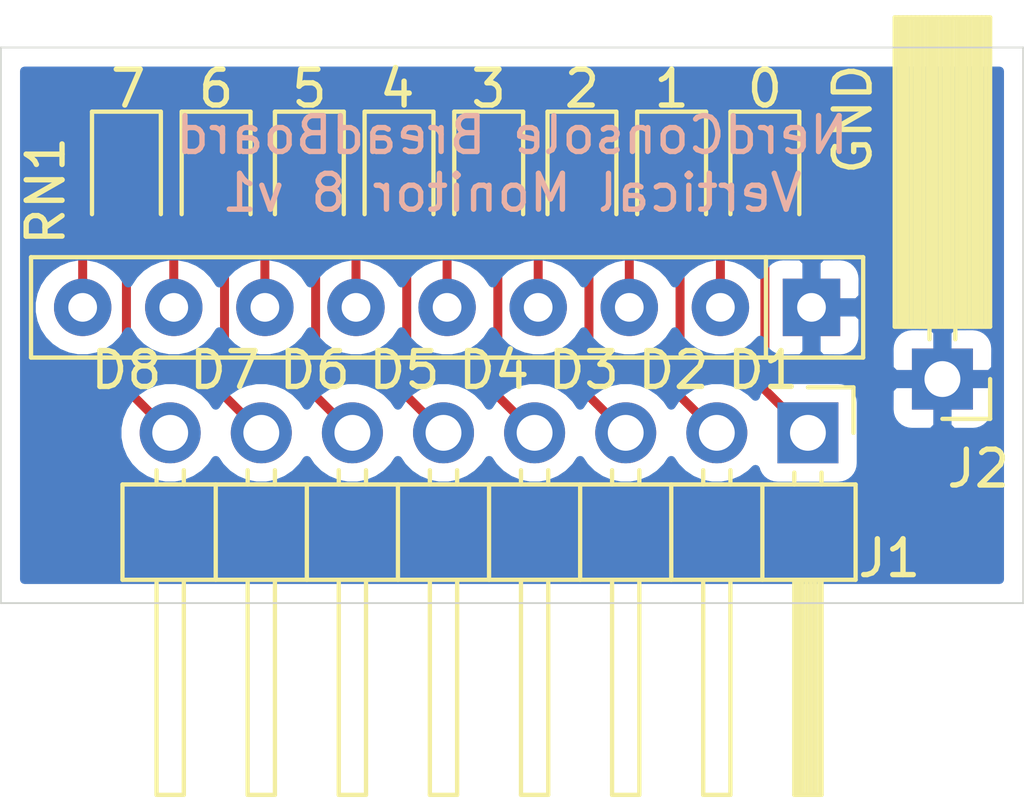
<source format=kicad_pcb>
(kicad_pcb (version 20171130) (host pcbnew "(5.1.9)-1")

  (general
    (thickness 1.6)
    (drawings 14)
    (tracks 38)
    (zones 0)
    (modules 11)
    (nets 18)
  )

  (page A4)
  (layers
    (0 F.Cu signal)
    (31 B.Cu signal)
    (32 B.Adhes user)
    (33 F.Adhes user)
    (34 B.Paste user)
    (35 F.Paste user)
    (36 B.SilkS user)
    (37 F.SilkS user)
    (38 B.Mask user)
    (39 F.Mask user)
    (40 Dwgs.User user)
    (41 Cmts.User user)
    (42 Eco1.User user)
    (43 Eco2.User user)
    (44 Edge.Cuts user)
    (45 Margin user)
    (46 B.CrtYd user)
    (47 F.CrtYd user)
    (48 B.Fab user)
    (49 F.Fab user)
  )

  (setup
    (last_trace_width 0.25)
    (trace_clearance 0.2)
    (zone_clearance 0.508)
    (zone_45_only no)
    (trace_min 0.2)
    (via_size 0.8)
    (via_drill 0.4)
    (via_min_size 0.4)
    (via_min_drill 0.3)
    (uvia_size 0.3)
    (uvia_drill 0.1)
    (uvias_allowed no)
    (uvia_min_size 0.2)
    (uvia_min_drill 0.1)
    (edge_width 0.05)
    (segment_width 0.2)
    (pcb_text_width 0.3)
    (pcb_text_size 1.5 1.5)
    (mod_edge_width 0.12)
    (mod_text_size 1 1)
    (mod_text_width 0.15)
    (pad_size 1.524 1.524)
    (pad_drill 0.762)
    (pad_to_mask_clearance 0)
    (aux_axis_origin 0 0)
    (visible_elements 7FFFFFFF)
    (pcbplotparams
      (layerselection 0x010fc_ffffffff)
      (usegerberextensions false)
      (usegerberattributes true)
      (usegerberadvancedattributes true)
      (creategerberjobfile true)
      (excludeedgelayer true)
      (linewidth 0.100000)
      (plotframeref false)
      (viasonmask false)
      (mode 1)
      (useauxorigin false)
      (hpglpennumber 1)
      (hpglpenspeed 20)
      (hpglpendiameter 15.000000)
      (psnegative false)
      (psa4output false)
      (plotreference true)
      (plotvalue true)
      (plotinvisibletext false)
      (padsonsilk false)
      (subtractmaskfromsilk false)
      (outputformat 1)
      (mirror false)
      (drillshape 0)
      (scaleselection 1)
      (outputdirectory "Gerber/"))
  )

  (net 0 "")
  (net 1 D7)
  (net 2 LED0)
  (net 3 LED1)
  (net 4 D6)
  (net 5 D5)
  (net 6 LED2)
  (net 7 LED3)
  (net 8 D4)
  (net 9 D3)
  (net 10 LED4)
  (net 11 LED5)
  (net 12 D2)
  (net 13 D1)
  (net 14 LED6)
  (net 15 LED7)
  (net 16 D0)
  (net 17 GND)

  (net_class Default "This is the default net class."
    (clearance 0.2)
    (trace_width 0.25)
    (via_dia 0.8)
    (via_drill 0.4)
    (uvia_dia 0.3)
    (uvia_drill 0.1)
    (add_net D0)
    (add_net D1)
    (add_net D2)
    (add_net D3)
    (add_net D4)
    (add_net D5)
    (add_net D6)
    (add_net D7)
    (add_net GND)
    (add_net LED0)
    (add_net LED1)
    (add_net LED2)
    (add_net LED3)
    (add_net LED4)
    (add_net LED5)
    (add_net LED6)
    (add_net LED7)
  )

  (module LED_SMD:LED_0805_2012Metric_Pad1.15x1.40mm_HandSolder (layer F.Cu) (tedit 5F68FEF1) (tstamp 601BC052)
    (at 150.3 76.9 270)
    (descr "LED SMD 0805 (2012 Metric), square (rectangular) end terminal, IPC_7351 nominal, (Body size source: https://docs.google.com/spreadsheets/d/1BsfQQcO9C6DZCsRaXUlFlo91Tg2WpOkGARC1WS5S8t0/edit?usp=sharing), generated with kicad-footprint-generator")
    (tags "LED handsolder")
    (path /601BD070)
    (attr smd)
    (fp_text reference D1 (at 5.35 0.05 180) (layer F.SilkS)
      (effects (font (size 1 1) (thickness 0.15)))
    )
    (fp_text value LED (at 0 1.65 90) (layer F.Fab)
      (effects (font (size 1 1) (thickness 0.15)))
    )
    (fp_line (start 1.85 0.95) (end -1.85 0.95) (layer F.CrtYd) (width 0.05))
    (fp_line (start 1.85 -0.95) (end 1.85 0.95) (layer F.CrtYd) (width 0.05))
    (fp_line (start -1.85 -0.95) (end 1.85 -0.95) (layer F.CrtYd) (width 0.05))
    (fp_line (start -1.85 0.95) (end -1.85 -0.95) (layer F.CrtYd) (width 0.05))
    (fp_line (start -1.86 0.96) (end 1 0.96) (layer F.SilkS) (width 0.12))
    (fp_line (start -1.86 -0.96) (end -1.86 0.96) (layer F.SilkS) (width 0.12))
    (fp_line (start 1 -0.96) (end -1.86 -0.96) (layer F.SilkS) (width 0.12))
    (fp_line (start 1 0.6) (end 1 -0.6) (layer F.Fab) (width 0.1))
    (fp_line (start -1 0.6) (end 1 0.6) (layer F.Fab) (width 0.1))
    (fp_line (start -1 -0.3) (end -1 0.6) (layer F.Fab) (width 0.1))
    (fp_line (start -0.7 -0.6) (end -1 -0.3) (layer F.Fab) (width 0.1))
    (fp_line (start 1 -0.6) (end -0.7 -0.6) (layer F.Fab) (width 0.1))
    (fp_text user %R (at 0 0 90) (layer F.Fab)
      (effects (font (size 0.5 0.5) (thickness 0.08)))
    )
    (pad 2 smd roundrect (at 1.025 0 270) (size 1.15 1.4) (layers F.Cu F.Paste F.Mask) (roundrect_rratio 0.2173904347826087)
      (net 16 D0))
    (pad 1 smd roundrect (at -1.025 0 270) (size 1.15 1.4) (layers F.Cu F.Paste F.Mask) (roundrect_rratio 0.2173904347826087)
      (net 2 LED0))
    (model ${KISYS3DMOD}/LED_SMD.3dshapes/LED_0805_2012Metric.wrl
      (at (xyz 0 0 0))
      (scale (xyz 1 1 1))
      (rotate (xyz 0 0 0))
    )
  )

  (module LED_SMD:LED_0805_2012Metric_Pad1.15x1.40mm_HandSolder (layer F.Cu) (tedit 5F68FEF1) (tstamp 601BC065)
    (at 147.7 76.9 270)
    (descr "LED SMD 0805 (2012 Metric), square (rectangular) end terminal, IPC_7351 nominal, (Body size source: https://docs.google.com/spreadsheets/d/1BsfQQcO9C6DZCsRaXUlFlo91Tg2WpOkGARC1WS5S8t0/edit?usp=sharing), generated with kicad-footprint-generator")
    (tags "LED handsolder")
    (path /601BD06A)
    (attr smd)
    (fp_text reference D2 (at 5.35 -0.05 180) (layer F.SilkS)
      (effects (font (size 1 1) (thickness 0.15)))
    )
    (fp_text value LED (at 0 1.65 90) (layer F.Fab)
      (effects (font (size 1 1) (thickness 0.15)))
    )
    (fp_line (start 1 -0.6) (end -0.7 -0.6) (layer F.Fab) (width 0.1))
    (fp_line (start -0.7 -0.6) (end -1 -0.3) (layer F.Fab) (width 0.1))
    (fp_line (start -1 -0.3) (end -1 0.6) (layer F.Fab) (width 0.1))
    (fp_line (start -1 0.6) (end 1 0.6) (layer F.Fab) (width 0.1))
    (fp_line (start 1 0.6) (end 1 -0.6) (layer F.Fab) (width 0.1))
    (fp_line (start 1 -0.96) (end -1.86 -0.96) (layer F.SilkS) (width 0.12))
    (fp_line (start -1.86 -0.96) (end -1.86 0.96) (layer F.SilkS) (width 0.12))
    (fp_line (start -1.86 0.96) (end 1 0.96) (layer F.SilkS) (width 0.12))
    (fp_line (start -1.85 0.95) (end -1.85 -0.95) (layer F.CrtYd) (width 0.05))
    (fp_line (start -1.85 -0.95) (end 1.85 -0.95) (layer F.CrtYd) (width 0.05))
    (fp_line (start 1.85 -0.95) (end 1.85 0.95) (layer F.CrtYd) (width 0.05))
    (fp_line (start 1.85 0.95) (end -1.85 0.95) (layer F.CrtYd) (width 0.05))
    (fp_text user %R (at 0 0 90) (layer F.Fab)
      (effects (font (size 0.5 0.5) (thickness 0.08)))
    )
    (pad 1 smd roundrect (at -1.025 0 270) (size 1.15 1.4) (layers F.Cu F.Paste F.Mask) (roundrect_rratio 0.2173904347826087)
      (net 3 LED1))
    (pad 2 smd roundrect (at 1.025 0 270) (size 1.15 1.4) (layers F.Cu F.Paste F.Mask) (roundrect_rratio 0.2173904347826087)
      (net 13 D1))
    (model ${KISYS3DMOD}/LED_SMD.3dshapes/LED_0805_2012Metric.wrl
      (at (xyz 0 0 0))
      (scale (xyz 1 1 1))
      (rotate (xyz 0 0 0))
    )
  )

  (module LED_SMD:LED_0805_2012Metric_Pad1.15x1.40mm_HandSolder (layer F.Cu) (tedit 5F68FEF1) (tstamp 601BC078)
    (at 145.2 76.9 270)
    (descr "LED SMD 0805 (2012 Metric), square (rectangular) end terminal, IPC_7351 nominal, (Body size source: https://docs.google.com/spreadsheets/d/1BsfQQcO9C6DZCsRaXUlFlo91Tg2WpOkGARC1WS5S8t0/edit?usp=sharing), generated with kicad-footprint-generator")
    (tags "LED handsolder")
    (path /601BC614)
    (attr smd)
    (fp_text reference D3 (at 5.35 -0.05 180) (layer F.SilkS)
      (effects (font (size 1 1) (thickness 0.15)))
    )
    (fp_text value LED (at 0 1.65 90) (layer F.Fab)
      (effects (font (size 1 1) (thickness 0.15)))
    )
    (fp_line (start 1.85 0.95) (end -1.85 0.95) (layer F.CrtYd) (width 0.05))
    (fp_line (start 1.85 -0.95) (end 1.85 0.95) (layer F.CrtYd) (width 0.05))
    (fp_line (start -1.85 -0.95) (end 1.85 -0.95) (layer F.CrtYd) (width 0.05))
    (fp_line (start -1.85 0.95) (end -1.85 -0.95) (layer F.CrtYd) (width 0.05))
    (fp_line (start -1.86 0.96) (end 1 0.96) (layer F.SilkS) (width 0.12))
    (fp_line (start -1.86 -0.96) (end -1.86 0.96) (layer F.SilkS) (width 0.12))
    (fp_line (start 1 -0.96) (end -1.86 -0.96) (layer F.SilkS) (width 0.12))
    (fp_line (start 1 0.6) (end 1 -0.6) (layer F.Fab) (width 0.1))
    (fp_line (start -1 0.6) (end 1 0.6) (layer F.Fab) (width 0.1))
    (fp_line (start -1 -0.3) (end -1 0.6) (layer F.Fab) (width 0.1))
    (fp_line (start -0.7 -0.6) (end -1 -0.3) (layer F.Fab) (width 0.1))
    (fp_line (start 1 -0.6) (end -0.7 -0.6) (layer F.Fab) (width 0.1))
    (fp_text user %R (at 0 0 90) (layer F.Fab)
      (effects (font (size 0.5 0.5) (thickness 0.08)))
    )
    (pad 2 smd roundrect (at 1.025 0 270) (size 1.15 1.4) (layers F.Cu F.Paste F.Mask) (roundrect_rratio 0.2173904347826087)
      (net 12 D2))
    (pad 1 smd roundrect (at -1.025 0 270) (size 1.15 1.4) (layers F.Cu F.Paste F.Mask) (roundrect_rratio 0.2173904347826087)
      (net 6 LED2))
    (model ${KISYS3DMOD}/LED_SMD.3dshapes/LED_0805_2012Metric.wrl
      (at (xyz 0 0 0))
      (scale (xyz 1 1 1))
      (rotate (xyz 0 0 0))
    )
  )

  (module LED_SMD:LED_0805_2012Metric_Pad1.15x1.40mm_HandSolder (layer F.Cu) (tedit 5F68FEF1) (tstamp 601BC08B)
    (at 142.6 76.9 270)
    (descr "LED SMD 0805 (2012 Metric), square (rectangular) end terminal, IPC_7351 nominal, (Body size source: https://docs.google.com/spreadsheets/d/1BsfQQcO9C6DZCsRaXUlFlo91Tg2WpOkGARC1WS5S8t0/edit?usp=sharing), generated with kicad-footprint-generator")
    (tags "LED handsolder")
    (path /601BC60E)
    (attr smd)
    (fp_text reference D4 (at 5.35 -0.15 180) (layer F.SilkS)
      (effects (font (size 1 1) (thickness 0.15)))
    )
    (fp_text value LED (at 0 1.65 90) (layer F.Fab)
      (effects (font (size 1 1) (thickness 0.15)))
    )
    (fp_line (start 1 -0.6) (end -0.7 -0.6) (layer F.Fab) (width 0.1))
    (fp_line (start -0.7 -0.6) (end -1 -0.3) (layer F.Fab) (width 0.1))
    (fp_line (start -1 -0.3) (end -1 0.6) (layer F.Fab) (width 0.1))
    (fp_line (start -1 0.6) (end 1 0.6) (layer F.Fab) (width 0.1))
    (fp_line (start 1 0.6) (end 1 -0.6) (layer F.Fab) (width 0.1))
    (fp_line (start 1 -0.96) (end -1.86 -0.96) (layer F.SilkS) (width 0.12))
    (fp_line (start -1.86 -0.96) (end -1.86 0.96) (layer F.SilkS) (width 0.12))
    (fp_line (start -1.86 0.96) (end 1 0.96) (layer F.SilkS) (width 0.12))
    (fp_line (start -1.85 0.95) (end -1.85 -0.95) (layer F.CrtYd) (width 0.05))
    (fp_line (start -1.85 -0.95) (end 1.85 -0.95) (layer F.CrtYd) (width 0.05))
    (fp_line (start 1.85 -0.95) (end 1.85 0.95) (layer F.CrtYd) (width 0.05))
    (fp_line (start 1.85 0.95) (end -1.85 0.95) (layer F.CrtYd) (width 0.05))
    (fp_text user %R (at 0 0 90) (layer F.Fab)
      (effects (font (size 0.5 0.5) (thickness 0.08)))
    )
    (pad 1 smd roundrect (at -1.025 0 270) (size 1.15 1.4) (layers F.Cu F.Paste F.Mask) (roundrect_rratio 0.2173904347826087)
      (net 7 LED3))
    (pad 2 smd roundrect (at 1.025 0 270) (size 1.15 1.4) (layers F.Cu F.Paste F.Mask) (roundrect_rratio 0.2173904347826087)
      (net 9 D3))
    (model ${KISYS3DMOD}/LED_SMD.3dshapes/LED_0805_2012Metric.wrl
      (at (xyz 0 0 0))
      (scale (xyz 1 1 1))
      (rotate (xyz 0 0 0))
    )
  )

  (module LED_SMD:LED_0805_2012Metric_Pad1.15x1.40mm_HandSolder (layer F.Cu) (tedit 5F68FEF1) (tstamp 601BC09E)
    (at 140.1 76.9 270)
    (descr "LED SMD 0805 (2012 Metric), square (rectangular) end terminal, IPC_7351 nominal, (Body size source: https://docs.google.com/spreadsheets/d/1BsfQQcO9C6DZCsRaXUlFlo91Tg2WpOkGARC1WS5S8t0/edit?usp=sharing), generated with kicad-footprint-generator")
    (tags "LED handsolder")
    (path /601BBBD0)
    (attr smd)
    (fp_text reference D5 (at 5.35 -0.15 180) (layer F.SilkS)
      (effects (font (size 1 1) (thickness 0.15)))
    )
    (fp_text value LED (at 0 1.65 90) (layer F.Fab)
      (effects (font (size 1 1) (thickness 0.15)))
    )
    (fp_line (start 1.85 0.95) (end -1.85 0.95) (layer F.CrtYd) (width 0.05))
    (fp_line (start 1.85 -0.95) (end 1.85 0.95) (layer F.CrtYd) (width 0.05))
    (fp_line (start -1.85 -0.95) (end 1.85 -0.95) (layer F.CrtYd) (width 0.05))
    (fp_line (start -1.85 0.95) (end -1.85 -0.95) (layer F.CrtYd) (width 0.05))
    (fp_line (start -1.86 0.96) (end 1 0.96) (layer F.SilkS) (width 0.12))
    (fp_line (start -1.86 -0.96) (end -1.86 0.96) (layer F.SilkS) (width 0.12))
    (fp_line (start 1 -0.96) (end -1.86 -0.96) (layer F.SilkS) (width 0.12))
    (fp_line (start 1 0.6) (end 1 -0.6) (layer F.Fab) (width 0.1))
    (fp_line (start -1 0.6) (end 1 0.6) (layer F.Fab) (width 0.1))
    (fp_line (start -1 -0.3) (end -1 0.6) (layer F.Fab) (width 0.1))
    (fp_line (start -0.7 -0.6) (end -1 -0.3) (layer F.Fab) (width 0.1))
    (fp_line (start 1 -0.6) (end -0.7 -0.6) (layer F.Fab) (width 0.1))
    (fp_text user %R (at 0 0 90) (layer F.Fab)
      (effects (font (size 0.5 0.5) (thickness 0.08)))
    )
    (pad 2 smd roundrect (at 1.025 0 270) (size 1.15 1.4) (layers F.Cu F.Paste F.Mask) (roundrect_rratio 0.2173904347826087)
      (net 8 D4))
    (pad 1 smd roundrect (at -1.025 0 270) (size 1.15 1.4) (layers F.Cu F.Paste F.Mask) (roundrect_rratio 0.2173904347826087)
      (net 10 LED4))
    (model ${KISYS3DMOD}/LED_SMD.3dshapes/LED_0805_2012Metric.wrl
      (at (xyz 0 0 0))
      (scale (xyz 1 1 1))
      (rotate (xyz 0 0 0))
    )
  )

  (module LED_SMD:LED_0805_2012Metric_Pad1.15x1.40mm_HandSolder (layer F.Cu) (tedit 5F68FEF1) (tstamp 601BC0B1)
    (at 137.6 76.9 270)
    (descr "LED SMD 0805 (2012 Metric), square (rectangular) end terminal, IPC_7351 nominal, (Body size source: https://docs.google.com/spreadsheets/d/1BsfQQcO9C6DZCsRaXUlFlo91Tg2WpOkGARC1WS5S8t0/edit?usp=sharing), generated with kicad-footprint-generator")
    (tags "LED handsolder")
    (path /601BBBCA)
    (attr smd)
    (fp_text reference D6 (at 5.35 -0.15 180) (layer F.SilkS)
      (effects (font (size 1 1) (thickness 0.15)))
    )
    (fp_text value LED (at 0 1.65 90) (layer F.Fab)
      (effects (font (size 1 1) (thickness 0.15)))
    )
    (fp_line (start 1 -0.6) (end -0.7 -0.6) (layer F.Fab) (width 0.1))
    (fp_line (start -0.7 -0.6) (end -1 -0.3) (layer F.Fab) (width 0.1))
    (fp_line (start -1 -0.3) (end -1 0.6) (layer F.Fab) (width 0.1))
    (fp_line (start -1 0.6) (end 1 0.6) (layer F.Fab) (width 0.1))
    (fp_line (start 1 0.6) (end 1 -0.6) (layer F.Fab) (width 0.1))
    (fp_line (start 1 -0.96) (end -1.86 -0.96) (layer F.SilkS) (width 0.12))
    (fp_line (start -1.86 -0.96) (end -1.86 0.96) (layer F.SilkS) (width 0.12))
    (fp_line (start -1.86 0.96) (end 1 0.96) (layer F.SilkS) (width 0.12))
    (fp_line (start -1.85 0.95) (end -1.85 -0.95) (layer F.CrtYd) (width 0.05))
    (fp_line (start -1.85 -0.95) (end 1.85 -0.95) (layer F.CrtYd) (width 0.05))
    (fp_line (start 1.85 -0.95) (end 1.85 0.95) (layer F.CrtYd) (width 0.05))
    (fp_line (start 1.85 0.95) (end -1.85 0.95) (layer F.CrtYd) (width 0.05))
    (fp_text user %R (at 0 0 90) (layer F.Fab)
      (effects (font (size 0.5 0.5) (thickness 0.08)))
    )
    (pad 1 smd roundrect (at -1.025 0 270) (size 1.15 1.4) (layers F.Cu F.Paste F.Mask) (roundrect_rratio 0.2173904347826087)
      (net 11 LED5))
    (pad 2 smd roundrect (at 1.025 0 270) (size 1.15 1.4) (layers F.Cu F.Paste F.Mask) (roundrect_rratio 0.2173904347826087)
      (net 5 D5))
    (model ${KISYS3DMOD}/LED_SMD.3dshapes/LED_0805_2012Metric.wrl
      (at (xyz 0 0 0))
      (scale (xyz 1 1 1))
      (rotate (xyz 0 0 0))
    )
  )

  (module LED_SMD:LED_0805_2012Metric_Pad1.15x1.40mm_HandSolder (layer F.Cu) (tedit 5F68FEF1) (tstamp 601BC0C4)
    (at 135 76.9 270)
    (descr "LED SMD 0805 (2012 Metric), square (rectangular) end terminal, IPC_7351 nominal, (Body size source: https://docs.google.com/spreadsheets/d/1BsfQQcO9C6DZCsRaXUlFlo91Tg2WpOkGARC1WS5S8t0/edit?usp=sharing), generated with kicad-footprint-generator")
    (tags "LED handsolder")
    (path /601BAAE1)
    (attr smd)
    (fp_text reference D7 (at 5.35 -0.25 180) (layer F.SilkS)
      (effects (font (size 1 1) (thickness 0.15)))
    )
    (fp_text value LED (at 0 1.65 90) (layer F.Fab)
      (effects (font (size 1 1) (thickness 0.15)))
    )
    (fp_line (start 1.85 0.95) (end -1.85 0.95) (layer F.CrtYd) (width 0.05))
    (fp_line (start 1.85 -0.95) (end 1.85 0.95) (layer F.CrtYd) (width 0.05))
    (fp_line (start -1.85 -0.95) (end 1.85 -0.95) (layer F.CrtYd) (width 0.05))
    (fp_line (start -1.85 0.95) (end -1.85 -0.95) (layer F.CrtYd) (width 0.05))
    (fp_line (start -1.86 0.96) (end 1 0.96) (layer F.SilkS) (width 0.12))
    (fp_line (start -1.86 -0.96) (end -1.86 0.96) (layer F.SilkS) (width 0.12))
    (fp_line (start 1 -0.96) (end -1.86 -0.96) (layer F.SilkS) (width 0.12))
    (fp_line (start 1 0.6) (end 1 -0.6) (layer F.Fab) (width 0.1))
    (fp_line (start -1 0.6) (end 1 0.6) (layer F.Fab) (width 0.1))
    (fp_line (start -1 -0.3) (end -1 0.6) (layer F.Fab) (width 0.1))
    (fp_line (start -0.7 -0.6) (end -1 -0.3) (layer F.Fab) (width 0.1))
    (fp_line (start 1 -0.6) (end -0.7 -0.6) (layer F.Fab) (width 0.1))
    (fp_text user %R (at 0 0 90) (layer F.Fab)
      (effects (font (size 0.5 0.5) (thickness 0.08)))
    )
    (pad 2 smd roundrect (at 1.025 0 270) (size 1.15 1.4) (layers F.Cu F.Paste F.Mask) (roundrect_rratio 0.2173904347826087)
      (net 4 D6))
    (pad 1 smd roundrect (at -1.025 0 270) (size 1.15 1.4) (layers F.Cu F.Paste F.Mask) (roundrect_rratio 0.2173904347826087)
      (net 14 LED6))
    (model ${KISYS3DMOD}/LED_SMD.3dshapes/LED_0805_2012Metric.wrl
      (at (xyz 0 0 0))
      (scale (xyz 1 1 1))
      (rotate (xyz 0 0 0))
    )
  )

  (module LED_SMD:LED_0805_2012Metric_Pad1.15x1.40mm_HandSolder (layer F.Cu) (tedit 5F68FEF1) (tstamp 601BC0D7)
    (at 132.5 76.9 270)
    (descr "LED SMD 0805 (2012 Metric), square (rectangular) end terminal, IPC_7351 nominal, (Body size source: https://docs.google.com/spreadsheets/d/1BsfQQcO9C6DZCsRaXUlFlo91Tg2WpOkGARC1WS5S8t0/edit?usp=sharing), generated with kicad-footprint-generator")
    (tags "LED handsolder")
    (path /601B9A9C)
    (attr smd)
    (fp_text reference D8 (at 5.35 0 180) (layer F.SilkS)
      (effects (font (size 1 1) (thickness 0.15)))
    )
    (fp_text value LED (at 0 1.65 90) (layer F.Fab)
      (effects (font (size 1 1) (thickness 0.15)))
    )
    (fp_line (start 1 -0.6) (end -0.7 -0.6) (layer F.Fab) (width 0.1))
    (fp_line (start -0.7 -0.6) (end -1 -0.3) (layer F.Fab) (width 0.1))
    (fp_line (start -1 -0.3) (end -1 0.6) (layer F.Fab) (width 0.1))
    (fp_line (start -1 0.6) (end 1 0.6) (layer F.Fab) (width 0.1))
    (fp_line (start 1 0.6) (end 1 -0.6) (layer F.Fab) (width 0.1))
    (fp_line (start 1 -0.96) (end -1.86 -0.96) (layer F.SilkS) (width 0.12))
    (fp_line (start -1.86 -0.96) (end -1.86 0.96) (layer F.SilkS) (width 0.12))
    (fp_line (start -1.86 0.96) (end 1 0.96) (layer F.SilkS) (width 0.12))
    (fp_line (start -1.85 0.95) (end -1.85 -0.95) (layer F.CrtYd) (width 0.05))
    (fp_line (start -1.85 -0.95) (end 1.85 -0.95) (layer F.CrtYd) (width 0.05))
    (fp_line (start 1.85 -0.95) (end 1.85 0.95) (layer F.CrtYd) (width 0.05))
    (fp_line (start 1.85 0.95) (end -1.85 0.95) (layer F.CrtYd) (width 0.05))
    (fp_text user %R (at 0 0 90) (layer F.Fab)
      (effects (font (size 0.5 0.5) (thickness 0.08)))
    )
    (pad 1 smd roundrect (at -1.025 0 270) (size 1.15 1.4) (layers F.Cu F.Paste F.Mask) (roundrect_rratio 0.2173904347826087)
      (net 15 LED7))
    (pad 2 smd roundrect (at 1.025 0 270) (size 1.15 1.4) (layers F.Cu F.Paste F.Mask) (roundrect_rratio 0.2173904347826087)
      (net 1 D7))
    (model ${KISYS3DMOD}/LED_SMD.3dshapes/LED_0805_2012Metric.wrl
      (at (xyz 0 0 0))
      (scale (xyz 1 1 1))
      (rotate (xyz 0 0 0))
    )
  )

  (module Connector_PinHeader_2.54mm:PinHeader_1x08_P2.54mm_Horizontal (layer F.Cu) (tedit 59FED5CB) (tstamp 601BC158)
    (at 151.5 84 270)
    (descr "Through hole angled pin header, 1x08, 2.54mm pitch, 6mm pin length, single row")
    (tags "Through hole angled pin header THT 1x08 2.54mm single row")
    (path /601B685D)
    (fp_text reference J1 (at 3.5 -2.27 180) (layer F.SilkS)
      (effects (font (size 1 1) (thickness 0.15)))
    )
    (fp_text value Conn_01x08 (at 4.385 20.05 90) (layer F.Fab)
      (effects (font (size 1 1) (thickness 0.15)))
    )
    (fp_line (start 2.135 -1.27) (end 4.04 -1.27) (layer F.Fab) (width 0.1))
    (fp_line (start 4.04 -1.27) (end 4.04 19.05) (layer F.Fab) (width 0.1))
    (fp_line (start 4.04 19.05) (end 1.5 19.05) (layer F.Fab) (width 0.1))
    (fp_line (start 1.5 19.05) (end 1.5 -0.635) (layer F.Fab) (width 0.1))
    (fp_line (start 1.5 -0.635) (end 2.135 -1.27) (layer F.Fab) (width 0.1))
    (fp_line (start -0.32 -0.32) (end 1.5 -0.32) (layer F.Fab) (width 0.1))
    (fp_line (start -0.32 -0.32) (end -0.32 0.32) (layer F.Fab) (width 0.1))
    (fp_line (start -0.32 0.32) (end 1.5 0.32) (layer F.Fab) (width 0.1))
    (fp_line (start 4.04 -0.32) (end 10.04 -0.32) (layer F.Fab) (width 0.1))
    (fp_line (start 10.04 -0.32) (end 10.04 0.32) (layer F.Fab) (width 0.1))
    (fp_line (start 4.04 0.32) (end 10.04 0.32) (layer F.Fab) (width 0.1))
    (fp_line (start -0.32 2.22) (end 1.5 2.22) (layer F.Fab) (width 0.1))
    (fp_line (start -0.32 2.22) (end -0.32 2.86) (layer F.Fab) (width 0.1))
    (fp_line (start -0.32 2.86) (end 1.5 2.86) (layer F.Fab) (width 0.1))
    (fp_line (start 4.04 2.22) (end 10.04 2.22) (layer F.Fab) (width 0.1))
    (fp_line (start 10.04 2.22) (end 10.04 2.86) (layer F.Fab) (width 0.1))
    (fp_line (start 4.04 2.86) (end 10.04 2.86) (layer F.Fab) (width 0.1))
    (fp_line (start -0.32 4.76) (end 1.5 4.76) (layer F.Fab) (width 0.1))
    (fp_line (start -0.32 4.76) (end -0.32 5.4) (layer F.Fab) (width 0.1))
    (fp_line (start -0.32 5.4) (end 1.5 5.4) (layer F.Fab) (width 0.1))
    (fp_line (start 4.04 4.76) (end 10.04 4.76) (layer F.Fab) (width 0.1))
    (fp_line (start 10.04 4.76) (end 10.04 5.4) (layer F.Fab) (width 0.1))
    (fp_line (start 4.04 5.4) (end 10.04 5.4) (layer F.Fab) (width 0.1))
    (fp_line (start -0.32 7.3) (end 1.5 7.3) (layer F.Fab) (width 0.1))
    (fp_line (start -0.32 7.3) (end -0.32 7.94) (layer F.Fab) (width 0.1))
    (fp_line (start -0.32 7.94) (end 1.5 7.94) (layer F.Fab) (width 0.1))
    (fp_line (start 4.04 7.3) (end 10.04 7.3) (layer F.Fab) (width 0.1))
    (fp_line (start 10.04 7.3) (end 10.04 7.94) (layer F.Fab) (width 0.1))
    (fp_line (start 4.04 7.94) (end 10.04 7.94) (layer F.Fab) (width 0.1))
    (fp_line (start -0.32 9.84) (end 1.5 9.84) (layer F.Fab) (width 0.1))
    (fp_line (start -0.32 9.84) (end -0.32 10.48) (layer F.Fab) (width 0.1))
    (fp_line (start -0.32 10.48) (end 1.5 10.48) (layer F.Fab) (width 0.1))
    (fp_line (start 4.04 9.84) (end 10.04 9.84) (layer F.Fab) (width 0.1))
    (fp_line (start 10.04 9.84) (end 10.04 10.48) (layer F.Fab) (width 0.1))
    (fp_line (start 4.04 10.48) (end 10.04 10.48) (layer F.Fab) (width 0.1))
    (fp_line (start -0.32 12.38) (end 1.5 12.38) (layer F.Fab) (width 0.1))
    (fp_line (start -0.32 12.38) (end -0.32 13.02) (layer F.Fab) (width 0.1))
    (fp_line (start -0.32 13.02) (end 1.5 13.02) (layer F.Fab) (width 0.1))
    (fp_line (start 4.04 12.38) (end 10.04 12.38) (layer F.Fab) (width 0.1))
    (fp_line (start 10.04 12.38) (end 10.04 13.02) (layer F.Fab) (width 0.1))
    (fp_line (start 4.04 13.02) (end 10.04 13.02) (layer F.Fab) (width 0.1))
    (fp_line (start -0.32 14.92) (end 1.5 14.92) (layer F.Fab) (width 0.1))
    (fp_line (start -0.32 14.92) (end -0.32 15.56) (layer F.Fab) (width 0.1))
    (fp_line (start -0.32 15.56) (end 1.5 15.56) (layer F.Fab) (width 0.1))
    (fp_line (start 4.04 14.92) (end 10.04 14.92) (layer F.Fab) (width 0.1))
    (fp_line (start 10.04 14.92) (end 10.04 15.56) (layer F.Fab) (width 0.1))
    (fp_line (start 4.04 15.56) (end 10.04 15.56) (layer F.Fab) (width 0.1))
    (fp_line (start -0.32 17.46) (end 1.5 17.46) (layer F.Fab) (width 0.1))
    (fp_line (start -0.32 17.46) (end -0.32 18.1) (layer F.Fab) (width 0.1))
    (fp_line (start -0.32 18.1) (end 1.5 18.1) (layer F.Fab) (width 0.1))
    (fp_line (start 4.04 17.46) (end 10.04 17.46) (layer F.Fab) (width 0.1))
    (fp_line (start 10.04 17.46) (end 10.04 18.1) (layer F.Fab) (width 0.1))
    (fp_line (start 4.04 18.1) (end 10.04 18.1) (layer F.Fab) (width 0.1))
    (fp_line (start 1.44 -1.33) (end 1.44 19.11) (layer F.SilkS) (width 0.12))
    (fp_line (start 1.44 19.11) (end 4.1 19.11) (layer F.SilkS) (width 0.12))
    (fp_line (start 4.1 19.11) (end 4.1 -1.33) (layer F.SilkS) (width 0.12))
    (fp_line (start 4.1 -1.33) (end 1.44 -1.33) (layer F.SilkS) (width 0.12))
    (fp_line (start 4.1 -0.38) (end 10.1 -0.38) (layer F.SilkS) (width 0.12))
    (fp_line (start 10.1 -0.38) (end 10.1 0.38) (layer F.SilkS) (width 0.12))
    (fp_line (start 10.1 0.38) (end 4.1 0.38) (layer F.SilkS) (width 0.12))
    (fp_line (start 4.1 -0.32) (end 10.1 -0.32) (layer F.SilkS) (width 0.12))
    (fp_line (start 4.1 -0.2) (end 10.1 -0.2) (layer F.SilkS) (width 0.12))
    (fp_line (start 4.1 -0.08) (end 10.1 -0.08) (layer F.SilkS) (width 0.12))
    (fp_line (start 4.1 0.04) (end 10.1 0.04) (layer F.SilkS) (width 0.12))
    (fp_line (start 4.1 0.16) (end 10.1 0.16) (layer F.SilkS) (width 0.12))
    (fp_line (start 4.1 0.28) (end 10.1 0.28) (layer F.SilkS) (width 0.12))
    (fp_line (start 1.11 -0.38) (end 1.44 -0.38) (layer F.SilkS) (width 0.12))
    (fp_line (start 1.11 0.38) (end 1.44 0.38) (layer F.SilkS) (width 0.12))
    (fp_line (start 1.44 1.27) (end 4.1 1.27) (layer F.SilkS) (width 0.12))
    (fp_line (start 4.1 2.16) (end 10.1 2.16) (layer F.SilkS) (width 0.12))
    (fp_line (start 10.1 2.16) (end 10.1 2.92) (layer F.SilkS) (width 0.12))
    (fp_line (start 10.1 2.92) (end 4.1 2.92) (layer F.SilkS) (width 0.12))
    (fp_line (start 1.042929 2.16) (end 1.44 2.16) (layer F.SilkS) (width 0.12))
    (fp_line (start 1.042929 2.92) (end 1.44 2.92) (layer F.SilkS) (width 0.12))
    (fp_line (start 1.44 3.81) (end 4.1 3.81) (layer F.SilkS) (width 0.12))
    (fp_line (start 4.1 4.7) (end 10.1 4.7) (layer F.SilkS) (width 0.12))
    (fp_line (start 10.1 4.7) (end 10.1 5.46) (layer F.SilkS) (width 0.12))
    (fp_line (start 10.1 5.46) (end 4.1 5.46) (layer F.SilkS) (width 0.12))
    (fp_line (start 1.042929 4.7) (end 1.44 4.7) (layer F.SilkS) (width 0.12))
    (fp_line (start 1.042929 5.46) (end 1.44 5.46) (layer F.SilkS) (width 0.12))
    (fp_line (start 1.44 6.35) (end 4.1 6.35) (layer F.SilkS) (width 0.12))
    (fp_line (start 4.1 7.24) (end 10.1 7.24) (layer F.SilkS) (width 0.12))
    (fp_line (start 10.1 7.24) (end 10.1 8) (layer F.SilkS) (width 0.12))
    (fp_line (start 10.1 8) (end 4.1 8) (layer F.SilkS) (width 0.12))
    (fp_line (start 1.042929 7.24) (end 1.44 7.24) (layer F.SilkS) (width 0.12))
    (fp_line (start 1.042929 8) (end 1.44 8) (layer F.SilkS) (width 0.12))
    (fp_line (start 1.44 8.89) (end 4.1 8.89) (layer F.SilkS) (width 0.12))
    (fp_line (start 4.1 9.78) (end 10.1 9.78) (layer F.SilkS) (width 0.12))
    (fp_line (start 10.1 9.78) (end 10.1 10.54) (layer F.SilkS) (width 0.12))
    (fp_line (start 10.1 10.54) (end 4.1 10.54) (layer F.SilkS) (width 0.12))
    (fp_line (start 1.042929 9.78) (end 1.44 9.78) (layer F.SilkS) (width 0.12))
    (fp_line (start 1.042929 10.54) (end 1.44 10.54) (layer F.SilkS) (width 0.12))
    (fp_line (start 1.44 11.43) (end 4.1 11.43) (layer F.SilkS) (width 0.12))
    (fp_line (start 4.1 12.32) (end 10.1 12.32) (layer F.SilkS) (width 0.12))
    (fp_line (start 10.1 12.32) (end 10.1 13.08) (layer F.SilkS) (width 0.12))
    (fp_line (start 10.1 13.08) (end 4.1 13.08) (layer F.SilkS) (width 0.12))
    (fp_line (start 1.042929 12.32) (end 1.44 12.32) (layer F.SilkS) (width 0.12))
    (fp_line (start 1.042929 13.08) (end 1.44 13.08) (layer F.SilkS) (width 0.12))
    (fp_line (start 1.44 13.97) (end 4.1 13.97) (layer F.SilkS) (width 0.12))
    (fp_line (start 4.1 14.86) (end 10.1 14.86) (layer F.SilkS) (width 0.12))
    (fp_line (start 10.1 14.86) (end 10.1 15.62) (layer F.SilkS) (width 0.12))
    (fp_line (start 10.1 15.62) (end 4.1 15.62) (layer F.SilkS) (width 0.12))
    (fp_line (start 1.042929 14.86) (end 1.44 14.86) (layer F.SilkS) (width 0.12))
    (fp_line (start 1.042929 15.62) (end 1.44 15.62) (layer F.SilkS) (width 0.12))
    (fp_line (start 1.44 16.51) (end 4.1 16.51) (layer F.SilkS) (width 0.12))
    (fp_line (start 4.1 17.4) (end 10.1 17.4) (layer F.SilkS) (width 0.12))
    (fp_line (start 10.1 17.4) (end 10.1 18.16) (layer F.SilkS) (width 0.12))
    (fp_line (start 10.1 18.16) (end 4.1 18.16) (layer F.SilkS) (width 0.12))
    (fp_line (start 1.042929 17.4) (end 1.44 17.4) (layer F.SilkS) (width 0.12))
    (fp_line (start 1.042929 18.16) (end 1.44 18.16) (layer F.SilkS) (width 0.12))
    (fp_line (start -1.27 0) (end -1.27 -1.27) (layer F.SilkS) (width 0.12))
    (fp_line (start -1.27 -1.27) (end 0 -1.27) (layer F.SilkS) (width 0.12))
    (fp_line (start -1.8 -1.8) (end -1.8 19.55) (layer F.CrtYd) (width 0.05))
    (fp_line (start -1.8 19.55) (end 10.55 19.55) (layer F.CrtYd) (width 0.05))
    (fp_line (start 10.55 19.55) (end 10.55 -1.8) (layer F.CrtYd) (width 0.05))
    (fp_line (start 10.55 -1.8) (end -1.8 -1.8) (layer F.CrtYd) (width 0.05))
    (fp_text user %R (at 2.77 8.89) (layer F.Fab)
      (effects (font (size 1 1) (thickness 0.15)))
    )
    (pad 1 thru_hole rect (at 0 0 270) (size 1.7 1.7) (drill 1) (layers *.Cu *.Mask)
      (net 16 D0))
    (pad 2 thru_hole oval (at 0 2.54 270) (size 1.7 1.7) (drill 1) (layers *.Cu *.Mask)
      (net 13 D1))
    (pad 3 thru_hole oval (at 0 5.08 270) (size 1.7 1.7) (drill 1) (layers *.Cu *.Mask)
      (net 12 D2))
    (pad 4 thru_hole oval (at 0 7.62 270) (size 1.7 1.7) (drill 1) (layers *.Cu *.Mask)
      (net 9 D3))
    (pad 5 thru_hole oval (at 0 10.16 270) (size 1.7 1.7) (drill 1) (layers *.Cu *.Mask)
      (net 8 D4))
    (pad 6 thru_hole oval (at 0 12.7 270) (size 1.7 1.7) (drill 1) (layers *.Cu *.Mask)
      (net 5 D5))
    (pad 7 thru_hole oval (at 0 15.24 270) (size 1.7 1.7) (drill 1) (layers *.Cu *.Mask)
      (net 4 D6))
    (pad 8 thru_hole oval (at 0 17.78 270) (size 1.7 1.7) (drill 1) (layers *.Cu *.Mask)
      (net 1 D7))
    (model ${KISYS3DMOD}/Connector_PinHeader_2.54mm.3dshapes/PinHeader_1x08_P2.54mm_Horizontal.wrl
      (at (xyz 0 0 0))
      (scale (xyz 1 1 1))
      (rotate (xyz 0 0 0))
    )
  )

  (module Connector_PinSocket_2.54mm:PinSocket_1x01_P2.54mm_Horizontal (layer F.Cu) (tedit 5A19A42A) (tstamp 601BC188)
    (at 155.25 82.5 270)
    (descr "Through hole angled socket strip, 1x01, 2.54mm pitch, 8.51mm socket length, single row (from Kicad 4.0.7), script generated")
    (tags "Through hole angled socket strip THT 1x01 2.54mm single row")
    (path /601B606A)
    (fp_text reference J2 (at 2.5 -1 180) (layer F.SilkS)
      (effects (font (size 1 1) (thickness 0.15)))
    )
    (fp_text value Conn_01x01 (at -4.38 2.77 90) (layer F.Fab)
      (effects (font (size 1 1) (thickness 0.15)))
    )
    (fp_line (start -10.03 -1.27) (end -2.155 -1.27) (layer F.Fab) (width 0.1))
    (fp_line (start -2.155 -1.27) (end -1.52 -0.635) (layer F.Fab) (width 0.1))
    (fp_line (start -1.52 -0.635) (end -1.52 1.27) (layer F.Fab) (width 0.1))
    (fp_line (start -1.52 1.27) (end -10.03 1.27) (layer F.Fab) (width 0.1))
    (fp_line (start -10.03 1.27) (end -10.03 -1.27) (layer F.Fab) (width 0.1))
    (fp_line (start 0 -0.3) (end -1.52 -0.3) (layer F.Fab) (width 0.1))
    (fp_line (start -1.52 0.3) (end 0 0.3) (layer F.Fab) (width 0.1))
    (fp_line (start 0 0.3) (end 0 -0.3) (layer F.Fab) (width 0.1))
    (fp_line (start -10.09 -1.21) (end -1.46 -1.21) (layer F.SilkS) (width 0.12))
    (fp_line (start -10.09 -1.094545) (end -1.46 -1.094545) (layer F.SilkS) (width 0.12))
    (fp_line (start -10.09 -0.97909) (end -1.46 -0.97909) (layer F.SilkS) (width 0.12))
    (fp_line (start -10.09 -0.863635) (end -1.46 -0.863635) (layer F.SilkS) (width 0.12))
    (fp_line (start -10.09 -0.74818) (end -1.46 -0.74818) (layer F.SilkS) (width 0.12))
    (fp_line (start -10.09 -0.632725) (end -1.46 -0.632725) (layer F.SilkS) (width 0.12))
    (fp_line (start -10.09 -0.51727) (end -1.46 -0.51727) (layer F.SilkS) (width 0.12))
    (fp_line (start -10.09 -0.401815) (end -1.46 -0.401815) (layer F.SilkS) (width 0.12))
    (fp_line (start -10.09 -0.28636) (end -1.46 -0.28636) (layer F.SilkS) (width 0.12))
    (fp_line (start -10.09 -0.170905) (end -1.46 -0.170905) (layer F.SilkS) (width 0.12))
    (fp_line (start -10.09 -0.05545) (end -1.46 -0.05545) (layer F.SilkS) (width 0.12))
    (fp_line (start -10.09 0.060005) (end -1.46 0.060005) (layer F.SilkS) (width 0.12))
    (fp_line (start -10.09 0.17546) (end -1.46 0.17546) (layer F.SilkS) (width 0.12))
    (fp_line (start -10.09 0.290915) (end -1.46 0.290915) (layer F.SilkS) (width 0.12))
    (fp_line (start -10.09 0.40637) (end -1.46 0.40637) (layer F.SilkS) (width 0.12))
    (fp_line (start -10.09 0.521825) (end -1.46 0.521825) (layer F.SilkS) (width 0.12))
    (fp_line (start -10.09 0.63728) (end -1.46 0.63728) (layer F.SilkS) (width 0.12))
    (fp_line (start -10.09 0.752735) (end -1.46 0.752735) (layer F.SilkS) (width 0.12))
    (fp_line (start -10.09 0.86819) (end -1.46 0.86819) (layer F.SilkS) (width 0.12))
    (fp_line (start -10.09 0.983645) (end -1.46 0.983645) (layer F.SilkS) (width 0.12))
    (fp_line (start -10.09 1.0991) (end -1.46 1.0991) (layer F.SilkS) (width 0.12))
    (fp_line (start -10.09 1.214555) (end -1.46 1.214555) (layer F.SilkS) (width 0.12))
    (fp_line (start -1.46 -0.36) (end -1.11 -0.36) (layer F.SilkS) (width 0.12))
    (fp_line (start -1.46 0.36) (end -1.11 0.36) (layer F.SilkS) (width 0.12))
    (fp_line (start -10.09 -1.33) (end -1.46 -1.33) (layer F.SilkS) (width 0.12))
    (fp_line (start -1.46 -1.33) (end -1.46 1.33) (layer F.SilkS) (width 0.12))
    (fp_line (start -10.09 1.33) (end -1.46 1.33) (layer F.SilkS) (width 0.12))
    (fp_line (start -10.09 -1.33) (end -10.09 1.33) (layer F.SilkS) (width 0.12))
    (fp_line (start 1.11 -1.33) (end 1.11 0) (layer F.SilkS) (width 0.12))
    (fp_line (start 0 -1.33) (end 1.11 -1.33) (layer F.SilkS) (width 0.12))
    (fp_line (start 1.75 -1.8) (end -10.55 -1.8) (layer F.CrtYd) (width 0.05))
    (fp_line (start -10.55 -1.8) (end -10.55 1.75) (layer F.CrtYd) (width 0.05))
    (fp_line (start -10.55 1.75) (end 1.75 1.75) (layer F.CrtYd) (width 0.05))
    (fp_line (start 1.75 1.75) (end 1.75 -1.8) (layer F.CrtYd) (width 0.05))
    (fp_text user %R (at -5.775 0 90) (layer F.Fab)
      (effects (font (size 1 1) (thickness 0.15)))
    )
    (pad 1 thru_hole rect (at 0 0 270) (size 1.7 1.7) (drill 1) (layers *.Cu *.Mask)
      (net 17 GND))
    (model ${KISYS3DMOD}/Connector_PinSocket_2.54mm.3dshapes/PinSocket_1x01_P2.54mm_Horizontal.wrl
      (at (xyz 0 0 0))
      (scale (xyz 1 1 1))
      (rotate (xyz 0 0 0))
    )
  )

  (module Resistor_THT:R_Array_SIP9 (layer F.Cu) (tedit 5A14249F) (tstamp 601BC1A4)
    (at 151.6 80.5 180)
    (descr "9-pin Resistor SIP pack")
    (tags R)
    (path /601B7F37)
    (fp_text reference RN1 (at 21.35 3.25 90) (layer F.SilkS)
      (effects (font (size 1 1) (thickness 0.15)))
    )
    (fp_text value R_Network08_US (at 11.43 2.4) (layer F.Fab)
      (effects (font (size 1 1) (thickness 0.15)))
    )
    (fp_line (start -1.29 -1.25) (end -1.29 1.25) (layer F.Fab) (width 0.1))
    (fp_line (start -1.29 1.25) (end 21.61 1.25) (layer F.Fab) (width 0.1))
    (fp_line (start 21.61 1.25) (end 21.61 -1.25) (layer F.Fab) (width 0.1))
    (fp_line (start 21.61 -1.25) (end -1.29 -1.25) (layer F.Fab) (width 0.1))
    (fp_line (start 1.27 -1.25) (end 1.27 1.25) (layer F.Fab) (width 0.1))
    (fp_line (start -1.44 -1.4) (end -1.44 1.4) (layer F.SilkS) (width 0.12))
    (fp_line (start -1.44 1.4) (end 21.76 1.4) (layer F.SilkS) (width 0.12))
    (fp_line (start 21.76 1.4) (end 21.76 -1.4) (layer F.SilkS) (width 0.12))
    (fp_line (start 21.76 -1.4) (end -1.44 -1.4) (layer F.SilkS) (width 0.12))
    (fp_line (start 1.27 -1.4) (end 1.27 1.4) (layer F.SilkS) (width 0.12))
    (fp_line (start -1.7 -1.65) (end -1.7 1.65) (layer F.CrtYd) (width 0.05))
    (fp_line (start -1.7 1.65) (end 22.05 1.65) (layer F.CrtYd) (width 0.05))
    (fp_line (start 22.05 1.65) (end 22.05 -1.65) (layer F.CrtYd) (width 0.05))
    (fp_line (start 22.05 -1.65) (end -1.7 -1.65) (layer F.CrtYd) (width 0.05))
    (fp_text user %R (at 10.16 0) (layer F.Fab)
      (effects (font (size 1 1) (thickness 0.15)))
    )
    (pad 1 thru_hole rect (at 0 0 180) (size 1.6 1.6) (drill 0.8) (layers *.Cu *.Mask)
      (net 17 GND))
    (pad 2 thru_hole oval (at 2.54 0 180) (size 1.6 1.6) (drill 0.8) (layers *.Cu *.Mask)
      (net 2 LED0))
    (pad 3 thru_hole oval (at 5.08 0 180) (size 1.6 1.6) (drill 0.8) (layers *.Cu *.Mask)
      (net 3 LED1))
    (pad 4 thru_hole oval (at 7.62 0 180) (size 1.6 1.6) (drill 0.8) (layers *.Cu *.Mask)
      (net 6 LED2))
    (pad 5 thru_hole oval (at 10.16 0 180) (size 1.6 1.6) (drill 0.8) (layers *.Cu *.Mask)
      (net 7 LED3))
    (pad 6 thru_hole oval (at 12.7 0 180) (size 1.6 1.6) (drill 0.8) (layers *.Cu *.Mask)
      (net 10 LED4))
    (pad 7 thru_hole oval (at 15.24 0 180) (size 1.6 1.6) (drill 0.8) (layers *.Cu *.Mask)
      (net 11 LED5))
    (pad 8 thru_hole oval (at 17.78 0 180) (size 1.6 1.6) (drill 0.8) (layers *.Cu *.Mask)
      (net 14 LED6))
    (pad 9 thru_hole oval (at 20.32 0 180) (size 1.6 1.6) (drill 0.8) (layers *.Cu *.Mask)
      (net 15 LED7))
    (model ${KISYS3DMOD}/Resistor_THT.3dshapes/R_Array_SIP9.wrl
      (at (xyz 0 0 0))
      (scale (xyz 1 1 1))
      (rotate (xyz 0 0 0))
    )
  )

  (gr_text "NerdConsole BreadBoard\nVertical Monitor 8 v1" (at 143.25 76.5) (layer B.SilkS)
    (effects (font (size 1 1) (thickness 0.15)) (justify mirror))
  )
  (gr_text GND (at 152.75 75.25 90) (layer F.SilkS)
    (effects (font (size 1 1) (thickness 0.15)))
  )
  (gr_text 5 (at 137.6 74.4) (layer F.SilkS)
    (effects (font (size 1 1) (thickness 0.15)))
  )
  (gr_text 4 (at 140.05 74.4) (layer F.SilkS)
    (effects (font (size 1 1) (thickness 0.15)))
  )
  (gr_text 3 (at 142.6 74.4) (layer F.SilkS)
    (effects (font (size 1 1) (thickness 0.15)))
  )
  (gr_text 2 (at 145.2 74.4) (layer F.SilkS)
    (effects (font (size 1 1) (thickness 0.15)))
  )
  (gr_text 1 (at 147.7 74.4) (layer F.SilkS)
    (effects (font (size 1 1) (thickness 0.15)))
  )
  (gr_text 7 (at 132.55 74.4) (layer F.SilkS)
    (effects (font (size 1 1) (thickness 0.15)))
  )
  (gr_text 6 (at 135 74.4) (layer F.SilkS)
    (effects (font (size 1 1) (thickness 0.15)))
  )
  (gr_text 0 (at 150.3 74.4) (layer F.SilkS)
    (effects (font (size 1 1) (thickness 0.15)))
  )
  (gr_line (start 157.5 88.75) (end 129 88.75) (layer Edge.Cuts) (width 0.05) (tstamp 601BCF55))
  (gr_line (start 157.5 73.25) (end 157.5 88.75) (layer Edge.Cuts) (width 0.05))
  (gr_line (start 129 73.25) (end 157.5 73.25) (layer Edge.Cuts) (width 0.05))
  (gr_line (start 129 88.75) (end 129 73.25) (layer Edge.Cuts) (width 0.05))

  (segment (start 132.5 82.78) (end 132.5 77.925) (width 0.25) (layer F.Cu) (net 1))
  (segment (start 133.72 84) (end 132.5 82.78) (width 0.25) (layer F.Cu) (net 1))
  (segment (start 149.06 77.115) (end 150.3 75.875) (width 0.25) (layer F.Cu) (net 2))
  (segment (start 149.06 80.5) (end 149.06 77.115) (width 0.25) (layer F.Cu) (net 2))
  (segment (start 146.52 77.055) (end 147.7 75.875) (width 0.25) (layer F.Cu) (net 3))
  (segment (start 146.52 80.5) (end 146.52 77.055) (width 0.25) (layer F.Cu) (net 3))
  (segment (start 135.234999 78.159999) (end 135 77.925) (width 0.25) (layer F.Cu) (net 4))
  (segment (start 135.234999 82.974999) (end 135.234999 78.159999) (width 0.25) (layer F.Cu) (net 4))
  (segment (start 136.26 84) (end 135.234999 82.974999) (width 0.25) (layer F.Cu) (net 4))
  (segment (start 137.774999 78.099999) (end 137.6 77.925) (width 0.25) (layer F.Cu) (net 5))
  (segment (start 137.774999 82.974999) (end 137.774999 78.099999) (width 0.25) (layer F.Cu) (net 5))
  (segment (start 138.8 84) (end 137.774999 82.974999) (width 0.25) (layer F.Cu) (net 5))
  (segment (start 143.98 77.095) (end 145.2 75.875) (width 0.25) (layer F.Cu) (net 6))
  (segment (start 143.98 80.5) (end 143.98 77.095) (width 0.25) (layer F.Cu) (net 6))
  (segment (start 141.44 77.035) (end 142.6 75.875) (width 0.25) (layer F.Cu) (net 7))
  (segment (start 141.44 80.5) (end 141.44 77.035) (width 0.25) (layer F.Cu) (net 7))
  (segment (start 140.314999 78.139999) (end 140.1 77.925) (width 0.25) (layer F.Cu) (net 8))
  (segment (start 140.314999 82.974999) (end 140.314999 78.139999) (width 0.25) (layer F.Cu) (net 8))
  (segment (start 141.34 84) (end 140.314999 82.974999) (width 0.25) (layer F.Cu) (net 8))
  (segment (start 142.854999 78.179999) (end 142.6 77.925) (width 0.25) (layer F.Cu) (net 9))
  (segment (start 142.854999 82.974999) (end 142.854999 78.179999) (width 0.25) (layer F.Cu) (net 9))
  (segment (start 143.88 84) (end 142.854999 82.974999) (width 0.25) (layer F.Cu) (net 9))
  (segment (start 138.9 77.075) (end 140.1 75.875) (width 0.25) (layer F.Cu) (net 10))
  (segment (start 138.9 80.5) (end 138.9 77.075) (width 0.25) (layer F.Cu) (net 10))
  (segment (start 136.36 77.115) (end 137.6 75.875) (width 0.25) (layer F.Cu) (net 11))
  (segment (start 136.36 80.5) (end 136.36 77.115) (width 0.25) (layer F.Cu) (net 11))
  (segment (start 145.394999 78.119999) (end 145.2 77.925) (width 0.25) (layer F.Cu) (net 12))
  (segment (start 145.394999 82.974999) (end 145.394999 78.119999) (width 0.25) (layer F.Cu) (net 12))
  (segment (start 146.42 84) (end 145.394999 82.974999) (width 0.25) (layer F.Cu) (net 12))
  (segment (start 147.934999 78.159999) (end 147.7 77.925) (width 0.25) (layer F.Cu) (net 13))
  (segment (start 147.934999 82.974999) (end 147.934999 78.159999) (width 0.25) (layer F.Cu) (net 13))
  (segment (start 148.96 84) (end 147.934999 82.974999) (width 0.25) (layer F.Cu) (net 13))
  (segment (start 133.82 77.055) (end 135 75.875) (width 0.25) (layer F.Cu) (net 14))
  (segment (start 133.82 80.5) (end 133.82 77.055) (width 0.25) (layer F.Cu) (net 14))
  (segment (start 131.28 77.095) (end 132.5 75.875) (width 0.25) (layer F.Cu) (net 15))
  (segment (start 131.28 80.5) (end 131.28 77.095) (width 0.25) (layer F.Cu) (net 15))
  (segment (start 150.3 82.8) (end 150.3 77.925) (width 0.25) (layer F.Cu) (net 16))
  (segment (start 151.5 84) (end 150.3 82.8) (width 0.25) (layer F.Cu) (net 16))

  (zone (net 17) (net_name GND) (layer B.Cu) (tstamp 601BD59E) (hatch edge 0.508)
    (connect_pads (clearance 0.508))
    (min_thickness 0.254)
    (fill yes (arc_segments 32) (thermal_gap 0.508) (thermal_bridge_width 0.508))
    (polygon
      (pts
        (xy 157.25 88.5) (xy 129.25 88.5) (xy 129.25 73.5) (xy 157.25 73.5)
      )
    )
    (filled_polygon
      (pts
        (xy 156.840001 88.09) (xy 129.66 88.09) (xy 129.66 83.85374) (xy 132.235 83.85374) (xy 132.235 84.14626)
        (xy 132.292068 84.433158) (xy 132.40401 84.703411) (xy 132.566525 84.946632) (xy 132.773368 85.153475) (xy 133.016589 85.31599)
        (xy 133.286842 85.427932) (xy 133.57374 85.485) (xy 133.86626 85.485) (xy 134.153158 85.427932) (xy 134.423411 85.31599)
        (xy 134.666632 85.153475) (xy 134.873475 84.946632) (xy 134.99 84.77224) (xy 135.106525 84.946632) (xy 135.313368 85.153475)
        (xy 135.556589 85.31599) (xy 135.826842 85.427932) (xy 136.11374 85.485) (xy 136.40626 85.485) (xy 136.693158 85.427932)
        (xy 136.963411 85.31599) (xy 137.206632 85.153475) (xy 137.413475 84.946632) (xy 137.53 84.77224) (xy 137.646525 84.946632)
        (xy 137.853368 85.153475) (xy 138.096589 85.31599) (xy 138.366842 85.427932) (xy 138.65374 85.485) (xy 138.94626 85.485)
        (xy 139.233158 85.427932) (xy 139.503411 85.31599) (xy 139.746632 85.153475) (xy 139.953475 84.946632) (xy 140.07 84.77224)
        (xy 140.186525 84.946632) (xy 140.393368 85.153475) (xy 140.636589 85.31599) (xy 140.906842 85.427932) (xy 141.19374 85.485)
        (xy 141.48626 85.485) (xy 141.773158 85.427932) (xy 142.043411 85.31599) (xy 142.286632 85.153475) (xy 142.493475 84.946632)
        (xy 142.61 84.77224) (xy 142.726525 84.946632) (xy 142.933368 85.153475) (xy 143.176589 85.31599) (xy 143.446842 85.427932)
        (xy 143.73374 85.485) (xy 144.02626 85.485) (xy 144.313158 85.427932) (xy 144.583411 85.31599) (xy 144.826632 85.153475)
        (xy 145.033475 84.946632) (xy 145.15 84.77224) (xy 145.266525 84.946632) (xy 145.473368 85.153475) (xy 145.716589 85.31599)
        (xy 145.986842 85.427932) (xy 146.27374 85.485) (xy 146.56626 85.485) (xy 146.853158 85.427932) (xy 147.123411 85.31599)
        (xy 147.366632 85.153475) (xy 147.573475 84.946632) (xy 147.69 84.77224) (xy 147.806525 84.946632) (xy 148.013368 85.153475)
        (xy 148.256589 85.31599) (xy 148.526842 85.427932) (xy 148.81374 85.485) (xy 149.10626 85.485) (xy 149.393158 85.427932)
        (xy 149.663411 85.31599) (xy 149.906632 85.153475) (xy 150.038487 85.02162) (xy 150.060498 85.09418) (xy 150.119463 85.204494)
        (xy 150.198815 85.301185) (xy 150.295506 85.380537) (xy 150.40582 85.439502) (xy 150.525518 85.475812) (xy 150.65 85.488072)
        (xy 152.35 85.488072) (xy 152.474482 85.475812) (xy 152.59418 85.439502) (xy 152.704494 85.380537) (xy 152.801185 85.301185)
        (xy 152.880537 85.204494) (xy 152.939502 85.09418) (xy 152.975812 84.974482) (xy 152.988072 84.85) (xy 152.988072 83.35)
        (xy 153.761928 83.35) (xy 153.774188 83.474482) (xy 153.810498 83.59418) (xy 153.869463 83.704494) (xy 153.948815 83.801185)
        (xy 154.045506 83.880537) (xy 154.15582 83.939502) (xy 154.275518 83.975812) (xy 154.4 83.988072) (xy 154.96425 83.985)
        (xy 155.123 83.82625) (xy 155.123 82.627) (xy 155.377 82.627) (xy 155.377 83.82625) (xy 155.53575 83.985)
        (xy 156.1 83.988072) (xy 156.224482 83.975812) (xy 156.34418 83.939502) (xy 156.454494 83.880537) (xy 156.551185 83.801185)
        (xy 156.630537 83.704494) (xy 156.689502 83.59418) (xy 156.725812 83.474482) (xy 156.738072 83.35) (xy 156.735 82.78575)
        (xy 156.57625 82.627) (xy 155.377 82.627) (xy 155.123 82.627) (xy 153.92375 82.627) (xy 153.765 82.78575)
        (xy 153.761928 83.35) (xy 152.988072 83.35) (xy 152.988072 83.15) (xy 152.975812 83.025518) (xy 152.939502 82.90582)
        (xy 152.880537 82.795506) (xy 152.801185 82.698815) (xy 152.704494 82.619463) (xy 152.59418 82.560498) (xy 152.474482 82.524188)
        (xy 152.35 82.511928) (xy 150.65 82.511928) (xy 150.525518 82.524188) (xy 150.40582 82.560498) (xy 150.295506 82.619463)
        (xy 150.198815 82.698815) (xy 150.119463 82.795506) (xy 150.060498 82.90582) (xy 150.038487 82.97838) (xy 149.906632 82.846525)
        (xy 149.663411 82.68401) (xy 149.393158 82.572068) (xy 149.10626 82.515) (xy 148.81374 82.515) (xy 148.526842 82.572068)
        (xy 148.256589 82.68401) (xy 148.013368 82.846525) (xy 147.806525 83.053368) (xy 147.69 83.22776) (xy 147.573475 83.053368)
        (xy 147.366632 82.846525) (xy 147.123411 82.68401) (xy 146.853158 82.572068) (xy 146.56626 82.515) (xy 146.27374 82.515)
        (xy 145.986842 82.572068) (xy 145.716589 82.68401) (xy 145.473368 82.846525) (xy 145.266525 83.053368) (xy 145.15 83.22776)
        (xy 145.033475 83.053368) (xy 144.826632 82.846525) (xy 144.583411 82.68401) (xy 144.313158 82.572068) (xy 144.02626 82.515)
        (xy 143.73374 82.515) (xy 143.446842 82.572068) (xy 143.176589 82.68401) (xy 142.933368 82.846525) (xy 142.726525 83.053368)
        (xy 142.61 83.22776) (xy 142.493475 83.053368) (xy 142.286632 82.846525) (xy 142.043411 82.68401) (xy 141.773158 82.572068)
        (xy 141.48626 82.515) (xy 141.19374 82.515) (xy 140.906842 82.572068) (xy 140.636589 82.68401) (xy 140.393368 82.846525)
        (xy 140.186525 83.053368) (xy 140.07 83.22776) (xy 139.953475 83.053368) (xy 139.746632 82.846525) (xy 139.503411 82.68401)
        (xy 139.233158 82.572068) (xy 138.94626 82.515) (xy 138.65374 82.515) (xy 138.366842 82.572068) (xy 138.096589 82.68401)
        (xy 137.853368 82.846525) (xy 137.646525 83.053368) (xy 137.53 83.22776) (xy 137.413475 83.053368) (xy 137.206632 82.846525)
        (xy 136.963411 82.68401) (xy 136.693158 82.572068) (xy 136.40626 82.515) (xy 136.11374 82.515) (xy 135.826842 82.572068)
        (xy 135.556589 82.68401) (xy 135.313368 82.846525) (xy 135.106525 83.053368) (xy 134.99 83.22776) (xy 134.873475 83.053368)
        (xy 134.666632 82.846525) (xy 134.423411 82.68401) (xy 134.153158 82.572068) (xy 133.86626 82.515) (xy 133.57374 82.515)
        (xy 133.286842 82.572068) (xy 133.016589 82.68401) (xy 132.773368 82.846525) (xy 132.566525 83.053368) (xy 132.40401 83.296589)
        (xy 132.292068 83.566842) (xy 132.235 83.85374) (xy 129.66 83.85374) (xy 129.66 80.358665) (xy 129.845 80.358665)
        (xy 129.845 80.641335) (xy 129.900147 80.918574) (xy 130.00832 81.179727) (xy 130.165363 81.414759) (xy 130.365241 81.614637)
        (xy 130.600273 81.77168) (xy 130.861426 81.879853) (xy 131.138665 81.935) (xy 131.421335 81.935) (xy 131.698574 81.879853)
        (xy 131.959727 81.77168) (xy 132.194759 81.614637) (xy 132.394637 81.414759) (xy 132.55 81.182241) (xy 132.705363 81.414759)
        (xy 132.905241 81.614637) (xy 133.140273 81.77168) (xy 133.401426 81.879853) (xy 133.678665 81.935) (xy 133.961335 81.935)
        (xy 134.238574 81.879853) (xy 134.499727 81.77168) (xy 134.734759 81.614637) (xy 134.934637 81.414759) (xy 135.09 81.182241)
        (xy 135.245363 81.414759) (xy 135.445241 81.614637) (xy 135.680273 81.77168) (xy 135.941426 81.879853) (xy 136.218665 81.935)
        (xy 136.501335 81.935) (xy 136.778574 81.879853) (xy 137.039727 81.77168) (xy 137.274759 81.614637) (xy 137.474637 81.414759)
        (xy 137.63 81.182241) (xy 137.785363 81.414759) (xy 137.985241 81.614637) (xy 138.220273 81.77168) (xy 138.481426 81.879853)
        (xy 138.758665 81.935) (xy 139.041335 81.935) (xy 139.318574 81.879853) (xy 139.579727 81.77168) (xy 139.814759 81.614637)
        (xy 140.014637 81.414759) (xy 140.17 81.182241) (xy 140.325363 81.414759) (xy 140.525241 81.614637) (xy 140.760273 81.77168)
        (xy 141.021426 81.879853) (xy 141.298665 81.935) (xy 141.581335 81.935) (xy 141.858574 81.879853) (xy 142.119727 81.77168)
        (xy 142.354759 81.614637) (xy 142.554637 81.414759) (xy 142.71 81.182241) (xy 142.865363 81.414759) (xy 143.065241 81.614637)
        (xy 143.300273 81.77168) (xy 143.561426 81.879853) (xy 143.838665 81.935) (xy 144.121335 81.935) (xy 144.398574 81.879853)
        (xy 144.659727 81.77168) (xy 144.894759 81.614637) (xy 145.094637 81.414759) (xy 145.25 81.182241) (xy 145.405363 81.414759)
        (xy 145.605241 81.614637) (xy 145.840273 81.77168) (xy 146.101426 81.879853) (xy 146.378665 81.935) (xy 146.661335 81.935)
        (xy 146.938574 81.879853) (xy 147.199727 81.77168) (xy 147.434759 81.614637) (xy 147.634637 81.414759) (xy 147.79 81.182241)
        (xy 147.945363 81.414759) (xy 148.145241 81.614637) (xy 148.380273 81.77168) (xy 148.641426 81.879853) (xy 148.918665 81.935)
        (xy 149.201335 81.935) (xy 149.478574 81.879853) (xy 149.739727 81.77168) (xy 149.974759 81.614637) (xy 150.173357 81.416039)
        (xy 150.174188 81.424482) (xy 150.210498 81.54418) (xy 150.269463 81.654494) (xy 150.348815 81.751185) (xy 150.445506 81.830537)
        (xy 150.55582 81.889502) (xy 150.675518 81.925812) (xy 150.8 81.938072) (xy 151.31425 81.935) (xy 151.473 81.77625)
        (xy 151.473 80.627) (xy 151.727 80.627) (xy 151.727 81.77625) (xy 151.88575 81.935) (xy 152.4 81.938072)
        (xy 152.524482 81.925812) (xy 152.64418 81.889502) (xy 152.754494 81.830537) (xy 152.851185 81.751185) (xy 152.930537 81.654494)
        (xy 152.932939 81.65) (xy 153.761928 81.65) (xy 153.765 82.21425) (xy 153.92375 82.373) (xy 155.123 82.373)
        (xy 155.123 81.17375) (xy 155.377 81.17375) (xy 155.377 82.373) (xy 156.57625 82.373) (xy 156.735 82.21425)
        (xy 156.738072 81.65) (xy 156.725812 81.525518) (xy 156.689502 81.40582) (xy 156.630537 81.295506) (xy 156.551185 81.198815)
        (xy 156.454494 81.119463) (xy 156.34418 81.060498) (xy 156.224482 81.024188) (xy 156.1 81.011928) (xy 155.53575 81.015)
        (xy 155.377 81.17375) (xy 155.123 81.17375) (xy 154.96425 81.015) (xy 154.4 81.011928) (xy 154.275518 81.024188)
        (xy 154.15582 81.060498) (xy 154.045506 81.119463) (xy 153.948815 81.198815) (xy 153.869463 81.295506) (xy 153.810498 81.40582)
        (xy 153.774188 81.525518) (xy 153.761928 81.65) (xy 152.932939 81.65) (xy 152.989502 81.54418) (xy 153.025812 81.424482)
        (xy 153.038072 81.3) (xy 153.035 80.78575) (xy 152.87625 80.627) (xy 151.727 80.627) (xy 151.473 80.627)
        (xy 151.453 80.627) (xy 151.453 80.373) (xy 151.473 80.373) (xy 151.473 79.22375) (xy 151.727 79.22375)
        (xy 151.727 80.373) (xy 152.87625 80.373) (xy 153.035 80.21425) (xy 153.038072 79.7) (xy 153.025812 79.575518)
        (xy 152.989502 79.45582) (xy 152.930537 79.345506) (xy 152.851185 79.248815) (xy 152.754494 79.169463) (xy 152.64418 79.110498)
        (xy 152.524482 79.074188) (xy 152.4 79.061928) (xy 151.88575 79.065) (xy 151.727 79.22375) (xy 151.473 79.22375)
        (xy 151.31425 79.065) (xy 150.8 79.061928) (xy 150.675518 79.074188) (xy 150.55582 79.110498) (xy 150.445506 79.169463)
        (xy 150.348815 79.248815) (xy 150.269463 79.345506) (xy 150.210498 79.45582) (xy 150.174188 79.575518) (xy 150.173357 79.583961)
        (xy 149.974759 79.385363) (xy 149.739727 79.22832) (xy 149.478574 79.120147) (xy 149.201335 79.065) (xy 148.918665 79.065)
        (xy 148.641426 79.120147) (xy 148.380273 79.22832) (xy 148.145241 79.385363) (xy 147.945363 79.585241) (xy 147.79 79.817759)
        (xy 147.634637 79.585241) (xy 147.434759 79.385363) (xy 147.199727 79.22832) (xy 146.938574 79.120147) (xy 146.661335 79.065)
        (xy 146.378665 79.065) (xy 146.101426 79.120147) (xy 145.840273 79.22832) (xy 145.605241 79.385363) (xy 145.405363 79.585241)
        (xy 145.25 79.817759) (xy 145.094637 79.585241) (xy 144.894759 79.385363) (xy 144.659727 79.22832) (xy 144.398574 79.120147)
        (xy 144.121335 79.065) (xy 143.838665 79.065) (xy 143.561426 79.120147) (xy 143.300273 79.22832) (xy 143.065241 79.385363)
        (xy 142.865363 79.585241) (xy 142.71 79.817759) (xy 142.554637 79.585241) (xy 142.354759 79.385363) (xy 142.119727 79.22832)
        (xy 141.858574 79.120147) (xy 141.581335 79.065) (xy 141.298665 79.065) (xy 141.021426 79.120147) (xy 140.760273 79.22832)
        (xy 140.525241 79.385363) (xy 140.325363 79.585241) (xy 140.17 79.817759) (xy 140.014637 79.585241) (xy 139.814759 79.385363)
        (xy 139.579727 79.22832) (xy 139.318574 79.120147) (xy 139.041335 79.065) (xy 138.758665 79.065) (xy 138.481426 79.120147)
        (xy 138.220273 79.22832) (xy 137.985241 79.385363) (xy 137.785363 79.585241) (xy 137.63 79.817759) (xy 137.474637 79.585241)
        (xy 137.274759 79.385363) (xy 137.039727 79.22832) (xy 136.778574 79.120147) (xy 136.501335 79.065) (xy 136.218665 79.065)
        (xy 135.941426 79.120147) (xy 135.680273 79.22832) (xy 135.445241 79.385363) (xy 135.245363 79.585241) (xy 135.09 79.817759)
        (xy 134.934637 79.585241) (xy 134.734759 79.385363) (xy 134.499727 79.22832) (xy 134.238574 79.120147) (xy 133.961335 79.065)
        (xy 133.678665 79.065) (xy 133.401426 79.120147) (xy 133.140273 79.22832) (xy 132.905241 79.385363) (xy 132.705363 79.585241)
        (xy 132.55 79.817759) (xy 132.394637 79.585241) (xy 132.194759 79.385363) (xy 131.959727 79.22832) (xy 131.698574 79.120147)
        (xy 131.421335 79.065) (xy 131.138665 79.065) (xy 130.861426 79.120147) (xy 130.600273 79.22832) (xy 130.365241 79.385363)
        (xy 130.165363 79.585241) (xy 130.00832 79.820273) (xy 129.900147 80.081426) (xy 129.845 80.358665) (xy 129.66 80.358665)
        (xy 129.66 73.91) (xy 156.84 73.91)
      )
    )
  )
)

</source>
